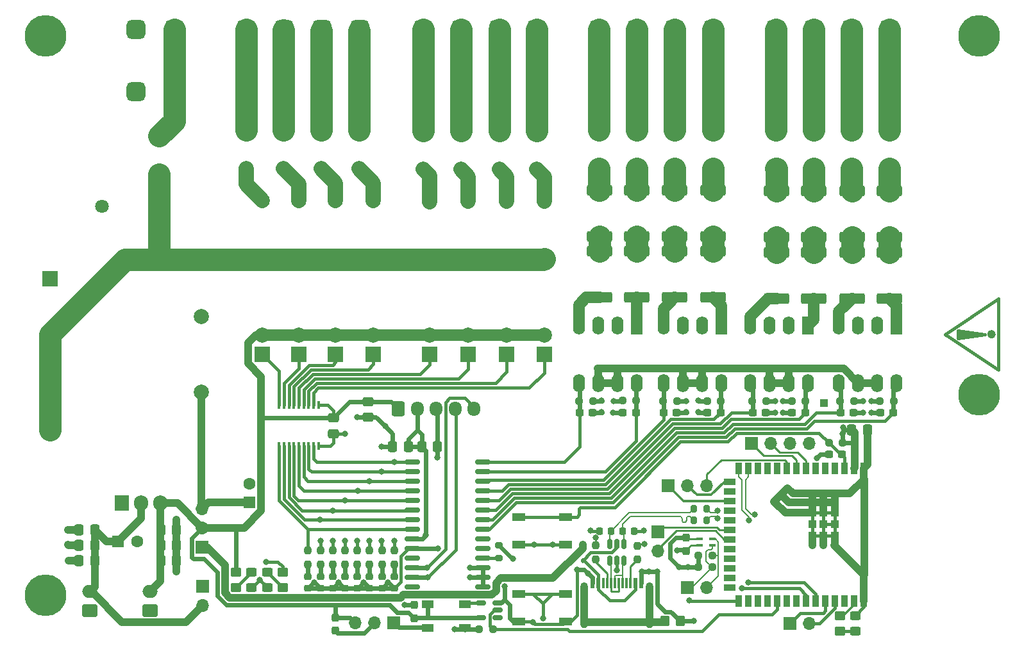
<source format=gtl>
G04 #@! TF.GenerationSoftware,KiCad,Pcbnew,8.0.3-rc1*
G04 #@! TF.CreationDate,2024-05-30T00:56:10+02:00*
G04 #@! TF.ProjectId,hamodule,68616d6f-6475-46c6-952e-6b696361645f,20240528.23.8*
G04 #@! TF.SameCoordinates,Original*
G04 #@! TF.FileFunction,Copper,L1,Top*
G04 #@! TF.FilePolarity,Positive*
%FSLAX46Y46*%
G04 Gerber Fmt 4.6, Leading zero omitted, Abs format (unit mm)*
G04 Created by KiCad (PCBNEW 8.0.3-rc1) date 2024-05-30 00:56:10*
%MOMM*%
%LPD*%
G01*
G04 APERTURE LIST*
G04 Aperture macros list*
%AMRoundRect*
0 Rectangle with rounded corners*
0 $1 Rounding radius*
0 $2 $3 $4 $5 $6 $7 $8 $9 X,Y pos of 4 corners*
0 Add a 4 corners polygon primitive as box body*
4,1,4,$2,$3,$4,$5,$6,$7,$8,$9,$2,$3,0*
0 Add four circle primitives for the rounded corners*
1,1,$1+$1,$2,$3*
1,1,$1+$1,$4,$5*
1,1,$1+$1,$6,$7*
1,1,$1+$1,$8,$9*
0 Add four rect primitives between the rounded corners*
20,1,$1+$1,$2,$3,$4,$5,0*
20,1,$1+$1,$4,$5,$6,$7,0*
20,1,$1+$1,$6,$7,$8,$9,0*
20,1,$1+$1,$8,$9,$2,$3,0*%
G04 Aperture macros list end*
G04 #@! TA.AperFunction,EtchedComponent*
%ADD10C,0.381000*%
G04 #@! TD*
G04 #@! TA.AperFunction,ComponentPad*
%ADD11R,1.700000X1.700000*%
G04 #@! TD*
G04 #@! TA.AperFunction,ComponentPad*
%ADD12O,1.700000X1.700000*%
G04 #@! TD*
G04 #@! TA.AperFunction,SMDPad,CuDef*
%ADD13RoundRect,0.249999X-1.425001X0.450001X-1.425001X-0.450001X1.425001X-0.450001X1.425001X0.450001X0*%
G04 #@! TD*
G04 #@! TA.AperFunction,ComponentPad*
%ADD14C,1.800000*%
G04 #@! TD*
G04 #@! TA.AperFunction,SMDPad,CuDef*
%ADD15RoundRect,0.250000X0.450000X-0.325000X0.450000X0.325000X-0.450000X0.325000X-0.450000X-0.325000X0*%
G04 #@! TD*
G04 #@! TA.AperFunction,SMDPad,CuDef*
%ADD16RoundRect,0.250000X0.450000X-0.350000X0.450000X0.350000X-0.450000X0.350000X-0.450000X-0.350000X0*%
G04 #@! TD*
G04 #@! TA.AperFunction,ComponentPad*
%ADD17RoundRect,0.250000X0.750000X-0.600000X0.750000X0.600000X-0.750000X0.600000X-0.750000X-0.600000X0*%
G04 #@! TD*
G04 #@! TA.AperFunction,ComponentPad*
%ADD18O,2.000000X1.700000*%
G04 #@! TD*
G04 #@! TA.AperFunction,SMDPad,CuDef*
%ADD19RoundRect,0.250000X0.337500X0.475000X-0.337500X0.475000X-0.337500X-0.475000X0.337500X-0.475000X0*%
G04 #@! TD*
G04 #@! TA.AperFunction,SMDPad,CuDef*
%ADD20RoundRect,0.250000X-0.337500X-0.475000X0.337500X-0.475000X0.337500X0.475000X-0.337500X0.475000X0*%
G04 #@! TD*
G04 #@! TA.AperFunction,ComponentPad*
%ADD21R,2.000000X2.000000*%
G04 #@! TD*
G04 #@! TA.AperFunction,ComponentPad*
%ADD22C,2.000000*%
G04 #@! TD*
G04 #@! TA.AperFunction,ComponentPad*
%ADD23R,1.905000X2.000000*%
G04 #@! TD*
G04 #@! TA.AperFunction,ComponentPad*
%ADD24O,1.905000X2.000000*%
G04 #@! TD*
G04 #@! TA.AperFunction,ComponentPad*
%ADD25RoundRect,0.625000X0.625000X0.625000X-0.625000X0.625000X-0.625000X-0.625000X0.625000X-0.625000X0*%
G04 #@! TD*
G04 #@! TA.AperFunction,ComponentPad*
%ADD26C,5.500000*%
G04 #@! TD*
G04 #@! TA.AperFunction,ComponentPad*
%ADD27R,1.600000X2.400000*%
G04 #@! TD*
G04 #@! TA.AperFunction,ComponentPad*
%ADD28O,1.600000X2.400000*%
G04 #@! TD*
G04 #@! TA.AperFunction,SMDPad,CuDef*
%ADD29RoundRect,0.237500X-0.250000X-0.237500X0.250000X-0.237500X0.250000X0.237500X-0.250000X0.237500X0*%
G04 #@! TD*
G04 #@! TA.AperFunction,SMDPad,CuDef*
%ADD30RoundRect,0.237500X0.300000X0.237500X-0.300000X0.237500X-0.300000X-0.237500X0.300000X-0.237500X0*%
G04 #@! TD*
G04 #@! TA.AperFunction,SMDPad,CuDef*
%ADD31R,1.800000X1.100000*%
G04 #@! TD*
G04 #@! TA.AperFunction,SMDPad,CuDef*
%ADD32RoundRect,0.237500X-0.300000X-0.237500X0.300000X-0.237500X0.300000X0.237500X-0.300000X0.237500X0*%
G04 #@! TD*
G04 #@! TA.AperFunction,SMDPad,CuDef*
%ADD33RoundRect,0.237500X-0.237500X0.300000X-0.237500X-0.300000X0.237500X-0.300000X0.237500X0.300000X0*%
G04 #@! TD*
G04 #@! TA.AperFunction,SMDPad,CuDef*
%ADD34RoundRect,0.225000X0.225000X0.250000X-0.225000X0.250000X-0.225000X-0.250000X0.225000X-0.250000X0*%
G04 #@! TD*
G04 #@! TA.AperFunction,SMDPad,CuDef*
%ADD35R,0.400000X1.000000*%
G04 #@! TD*
G04 #@! TA.AperFunction,SMDPad,CuDef*
%ADD36RoundRect,0.237500X0.237500X-0.250000X0.237500X0.250000X-0.237500X0.250000X-0.237500X-0.250000X0*%
G04 #@! TD*
G04 #@! TA.AperFunction,SMDPad,CuDef*
%ADD37RoundRect,0.218750X0.256250X-0.218750X0.256250X0.218750X-0.256250X0.218750X-0.256250X-0.218750X0*%
G04 #@! TD*
G04 #@! TA.AperFunction,SMDPad,CuDef*
%ADD38RoundRect,0.150000X0.512500X0.150000X-0.512500X0.150000X-0.512500X-0.150000X0.512500X-0.150000X0*%
G04 #@! TD*
G04 #@! TA.AperFunction,SMDPad,CuDef*
%ADD39RoundRect,0.200000X0.200000X0.275000X-0.200000X0.275000X-0.200000X-0.275000X0.200000X-0.275000X0*%
G04 #@! TD*
G04 #@! TA.AperFunction,ComponentPad*
%ADD40R,1.600000X1.600000*%
G04 #@! TD*
G04 #@! TA.AperFunction,ComponentPad*
%ADD41C,1.600000*%
G04 #@! TD*
G04 #@! TA.AperFunction,SMDPad,CuDef*
%ADD42R,0.900000X1.500000*%
G04 #@! TD*
G04 #@! TA.AperFunction,SMDPad,CuDef*
%ADD43R,1.500000X0.900000*%
G04 #@! TD*
G04 #@! TA.AperFunction,SMDPad,CuDef*
%ADD44R,1.000000X1.000000*%
G04 #@! TD*
G04 #@! TA.AperFunction,SMDPad,CuDef*
%ADD45RoundRect,0.237500X0.237500X-0.300000X0.237500X0.300000X-0.237500X0.300000X-0.237500X-0.300000X0*%
G04 #@! TD*
G04 #@! TA.AperFunction,SMDPad,CuDef*
%ADD46RoundRect,0.200000X-0.275000X0.200000X-0.275000X-0.200000X0.275000X-0.200000X0.275000X0.200000X0*%
G04 #@! TD*
G04 #@! TA.AperFunction,ComponentPad*
%ADD47R,1.000000X1.000000*%
G04 #@! TD*
G04 #@! TA.AperFunction,SMDPad,CuDef*
%ADD48RoundRect,0.250000X-0.450000X0.325000X-0.450000X-0.325000X0.450000X-0.325000X0.450000X0.325000X0*%
G04 #@! TD*
G04 #@! TA.AperFunction,SMDPad,CuDef*
%ADD49RoundRect,0.250000X-0.475000X0.337500X-0.475000X-0.337500X0.475000X-0.337500X0.475000X0.337500X0*%
G04 #@! TD*
G04 #@! TA.AperFunction,SMDPad,CuDef*
%ADD50RoundRect,0.112500X-0.112500X0.187500X-0.112500X-0.187500X0.112500X-0.187500X0.112500X0.187500X0*%
G04 #@! TD*
G04 #@! TA.AperFunction,SMDPad,CuDef*
%ADD51R,0.600000X1.450000*%
G04 #@! TD*
G04 #@! TA.AperFunction,SMDPad,CuDef*
%ADD52R,0.300000X1.450000*%
G04 #@! TD*
G04 #@! TA.AperFunction,ComponentPad*
%ADD53O,1.000000X2.100000*%
G04 #@! TD*
G04 #@! TA.AperFunction,ComponentPad*
%ADD54O,1.000000X1.600000*%
G04 #@! TD*
G04 #@! TA.AperFunction,ComponentPad*
%ADD55RoundRect,0.250000X-0.600000X-0.725000X0.600000X-0.725000X0.600000X0.725000X-0.600000X0.725000X0*%
G04 #@! TD*
G04 #@! TA.AperFunction,ComponentPad*
%ADD56O,1.700000X1.950000*%
G04 #@! TD*
G04 #@! TA.AperFunction,SMDPad,CuDef*
%ADD57RoundRect,0.150000X-0.875000X-0.150000X0.875000X-0.150000X0.875000X0.150000X-0.875000X0.150000X0*%
G04 #@! TD*
G04 #@! TA.AperFunction,SMDPad,CuDef*
%ADD58RoundRect,0.250000X-0.350000X-0.450000X0.350000X-0.450000X0.350000X0.450000X-0.350000X0.450000X0*%
G04 #@! TD*
G04 #@! TA.AperFunction,SMDPad,CuDef*
%ADD59R,0.820000X0.304800*%
G04 #@! TD*
G04 #@! TA.AperFunction,SMDPad,CuDef*
%ADD60R,0.820000X0.308800*%
G04 #@! TD*
G04 #@! TA.AperFunction,SMDPad,CuDef*
%ADD61RoundRect,0.150000X0.150000X-0.512500X0.150000X0.512500X-0.150000X0.512500X-0.150000X-0.512500X0*%
G04 #@! TD*
G04 #@! TA.AperFunction,SMDPad,CuDef*
%ADD62RoundRect,0.225000X-0.225000X-0.250000X0.225000X-0.250000X0.225000X0.250000X-0.225000X0.250000X0*%
G04 #@! TD*
G04 #@! TA.AperFunction,SMDPad,CuDef*
%ADD63R,1.500000X1.000000*%
G04 #@! TD*
G04 #@! TA.AperFunction,ViaPad*
%ADD64C,0.800000*%
G04 #@! TD*
G04 #@! TA.AperFunction,Conductor*
%ADD65C,3.000000*%
G04 #@! TD*
G04 #@! TA.AperFunction,Conductor*
%ADD66C,1.000000*%
G04 #@! TD*
G04 #@! TA.AperFunction,Conductor*
%ADD67C,0.600000*%
G04 #@! TD*
G04 #@! TA.AperFunction,Conductor*
%ADD68C,0.400000*%
G04 #@! TD*
G04 #@! TA.AperFunction,Conductor*
%ADD69C,1.500000*%
G04 #@! TD*
G04 #@! TA.AperFunction,Conductor*
%ADD70C,0.250000*%
G04 #@! TD*
G04 #@! TA.AperFunction,Conductor*
%ADD71C,2.000000*%
G04 #@! TD*
G04 #@! TA.AperFunction,Conductor*
%ADD72C,0.200000*%
G04 #@! TD*
G04 #@! TA.AperFunction,Conductor*
%ADD73C,0.350000*%
G04 #@! TD*
G04 APERTURE END LIST*
D10*
X145846800Y-75412600D02*
X152831800Y-70713600D01*
X147497800Y-74904600D02*
X151053800Y-75412600D01*
X147497800Y-75412600D02*
X147497800Y-74904600D01*
X147497800Y-75920600D02*
X147497800Y-75412600D01*
X150926800Y-75412600D02*
X147497800Y-75285600D01*
X151053800Y-75412600D02*
X147497800Y-75539600D01*
X151053800Y-75412600D02*
X147497800Y-75920600D01*
X152831800Y-70713600D02*
X152831800Y-80111600D01*
X152831800Y-80111600D02*
X145846800Y-75412600D01*
X152069800Y-75412600D02*
G75*
G02*
X151815800Y-75412600I-127000J0D01*
G01*
X151815800Y-75412600D02*
G75*
G02*
X152069800Y-75412600I127000J0D01*
G01*
X152302010Y-75412600D02*
G75*
G02*
X151583590Y-75412600I-359210J0D01*
G01*
X151583590Y-75412600D02*
G75*
G02*
X152302010Y-75412600I359210J0D01*
G01*
D11*
X47752500Y-108737400D03*
D12*
X47752500Y-111277400D03*
D13*
X100151000Y-56411500D03*
X100151000Y-62511500D03*
X105104000Y-56411500D03*
X105104000Y-62511500D03*
D14*
X34502400Y-58463070D03*
X42002400Y-60096400D03*
D13*
X105104000Y-64463300D03*
X105104000Y-70563300D03*
X100151000Y-64463300D03*
X100151000Y-70563300D03*
D15*
X54229000Y-108883200D03*
X54229000Y-106833200D03*
D16*
X52171600Y-108857800D03*
X52171600Y-106857800D03*
D17*
X40839300Y-111899700D03*
D18*
X40839300Y-109399700D03*
D19*
X33520200Y-101269800D03*
X31445200Y-101269800D03*
D20*
X42240200Y-105359200D03*
X44315200Y-105359200D03*
D21*
X27656000Y-68046600D03*
D22*
X27656000Y-88046600D03*
X47656000Y-83046600D03*
X47656000Y-73046600D03*
D23*
X37118700Y-97739200D03*
D24*
X39658700Y-97739200D03*
X42198700Y-97739200D03*
D25*
X68567800Y-43332400D03*
X68567800Y-35132401D03*
X63567800Y-43332400D03*
X63567800Y-35132401D03*
X58567800Y-43332400D03*
X58567800Y-35132401D03*
X53567800Y-43332400D03*
X53567800Y-35132401D03*
X44020000Y-43355999D03*
X44020000Y-35156000D03*
X39020000Y-43355999D03*
X39020000Y-35156000D03*
X115140000Y-43328199D03*
X115140000Y-35128200D03*
X110140000Y-43328199D03*
X110140000Y-35128200D03*
X105140000Y-43328199D03*
X105140000Y-35128200D03*
X100140000Y-43328199D03*
X100140000Y-35128200D03*
D22*
X42037000Y-49225200D03*
X42027000Y-54305200D03*
D26*
X27000000Y-36000000D03*
X150300000Y-36000000D03*
D27*
X139389178Y-74236118D03*
D28*
X136849178Y-74236118D03*
X134309178Y-74236118D03*
X131769178Y-74236118D03*
X131769178Y-81856118D03*
X134309178Y-81856118D03*
X136849178Y-81856118D03*
X139389178Y-81856118D03*
D13*
X115162400Y-64463300D03*
X115162400Y-70563300D03*
X110133200Y-56411500D03*
X110133200Y-62511500D03*
X115162400Y-56411500D03*
X115162400Y-62511500D03*
D27*
X105081300Y-74239600D03*
D28*
X102541300Y-74239600D03*
X100001300Y-74239600D03*
X97461300Y-74239600D03*
X97461300Y-81859600D03*
X100001300Y-81859600D03*
X102541300Y-81859600D03*
X105081300Y-81859600D03*
D27*
X116257300Y-74239600D03*
D28*
X113717300Y-74239600D03*
X111177300Y-74239600D03*
X108637300Y-74239600D03*
X108637300Y-81859600D03*
X111177300Y-81859600D03*
X113717300Y-81859600D03*
X116257300Y-81859600D03*
D13*
X110133200Y-64463300D03*
X110133200Y-70563300D03*
D29*
X130464402Y-89787199D03*
X132289402Y-89787199D03*
D30*
X132226902Y-91311199D03*
X130501902Y-91311199D03*
D17*
X32914500Y-111899700D03*
D18*
X32914500Y-109399700D03*
D31*
X89547000Y-99542600D03*
X95747000Y-99542600D03*
X89547000Y-103242600D03*
X95747000Y-103242600D03*
X89545800Y-109702600D03*
X95745800Y-109702600D03*
X89545800Y-113402600D03*
X95745800Y-113402600D03*
D11*
X125305402Y-113659699D03*
D12*
X127845402Y-113659699D03*
D32*
X133856902Y-91311199D03*
X135581902Y-91311199D03*
D33*
X111655402Y-102307199D03*
X111655402Y-104032199D03*
D34*
X101710402Y-101389699D03*
X100160402Y-101389699D03*
D15*
X56311800Y-108883200D03*
X56311800Y-106833200D03*
D35*
X57888800Y-90177600D03*
X58538800Y-90177600D03*
X59188800Y-90177600D03*
X59838800Y-90177600D03*
X60488800Y-90177600D03*
X61138800Y-90177600D03*
X61788800Y-90177600D03*
X62438800Y-90177600D03*
X63088800Y-90177600D03*
X63088800Y-84777600D03*
X62438800Y-84777600D03*
X61788800Y-84777600D03*
X61138800Y-84777600D03*
X60488800Y-84777600D03*
X59838800Y-84777600D03*
X59188800Y-84777600D03*
X58538800Y-84777600D03*
X57888800Y-84777600D03*
D11*
X120243600Y-89814400D03*
D12*
X122783600Y-89814400D03*
X125323600Y-89814400D03*
X127863600Y-89814400D03*
D36*
X63333600Y-105816400D03*
X63333600Y-103991400D03*
D25*
X138497702Y-43328199D03*
X138497702Y-35128200D03*
X133497702Y-43328199D03*
X133497702Y-35128200D03*
X128497702Y-43328199D03*
X128497702Y-35128200D03*
X123497702Y-43328199D03*
X123497702Y-35128200D03*
X91935800Y-43332400D03*
X91935800Y-35132401D03*
X86935800Y-43332400D03*
X86935800Y-35132401D03*
X81935800Y-43332400D03*
X81935800Y-35132401D03*
X76935800Y-43332400D03*
X76935800Y-35132401D03*
D36*
X61708000Y-105814500D03*
X61708000Y-103989500D03*
D13*
X128459200Y-64567800D03*
X128459200Y-70667800D03*
D32*
X120400002Y-85761299D03*
X122125002Y-85761299D03*
D13*
X128459200Y-56435800D03*
X128459200Y-62535800D03*
D37*
X61708000Y-108991600D03*
X61708000Y-107416600D03*
D32*
X132032102Y-85761299D03*
X133757102Y-85761299D03*
D14*
X81902800Y-53619400D03*
X81902800Y-48539400D03*
D16*
X58343800Y-108857800D03*
X58343800Y-106857800D03*
D29*
X108614626Y-84212480D03*
X110439626Y-84212480D03*
D21*
X77774800Y-78043900D03*
D22*
X77774800Y-75503900D03*
X77774800Y-65343900D03*
X77774800Y-57723900D03*
D11*
X109284000Y-95402400D03*
D12*
X111824000Y-95402400D03*
X114364000Y-95402400D03*
D14*
X105104000Y-53515900D03*
X105104000Y-48435900D03*
D36*
X69836000Y-105814500D03*
X69836000Y-103989500D03*
X68210400Y-105816400D03*
X68210400Y-103991400D03*
D13*
X123520200Y-64615600D03*
X123520200Y-70715600D03*
D29*
X97487526Y-84212480D03*
X99312526Y-84212480D03*
D38*
X86766400Y-112826800D03*
X86766400Y-111876800D03*
X86766400Y-110926800D03*
X84491400Y-110926800D03*
X84491400Y-112826800D03*
D39*
X114330402Y-98479699D03*
X112680402Y-98479699D03*
D40*
X54000400Y-97648400D03*
D41*
X54000400Y-95148400D03*
D29*
X137213702Y-84237299D03*
X139038702Y-84237299D03*
D13*
X123520200Y-56485600D03*
X123520200Y-62585600D03*
D39*
X114330402Y-99954699D03*
X112680402Y-99954699D03*
D42*
X135115402Y-93119699D03*
X133845402Y-93119699D03*
X132575402Y-93119699D03*
X131305402Y-93119699D03*
X130035402Y-93119699D03*
X128765402Y-93119699D03*
X127495402Y-93119699D03*
X126225402Y-93119699D03*
X124955402Y-93119699D03*
X123685402Y-93119699D03*
X122415402Y-93119699D03*
X121145402Y-93119699D03*
X119875402Y-93119699D03*
X118605402Y-93119699D03*
D43*
X117355402Y-94884699D03*
X117355402Y-96154699D03*
X117355402Y-97424699D03*
X117355402Y-98694699D03*
X117355402Y-99964699D03*
X117355402Y-101234699D03*
X117355402Y-102504699D03*
X117355402Y-103774699D03*
X117355402Y-105044699D03*
X117355402Y-106314699D03*
X117355402Y-107584699D03*
X117355402Y-108854699D03*
D42*
X118605402Y-110619699D03*
X119875402Y-110619699D03*
X121145402Y-110619699D03*
X122415402Y-110619699D03*
X123685402Y-110619699D03*
X124955402Y-110619699D03*
X126225402Y-110619699D03*
X127495402Y-110619699D03*
X128765402Y-110619699D03*
X130035402Y-110619699D03*
X131305402Y-110619699D03*
X132575402Y-110619699D03*
X133845402Y-110619699D03*
X135115402Y-110619699D03*
D44*
X131265402Y-99009699D03*
X129765402Y-99009699D03*
X128265402Y-99009699D03*
X131265402Y-100509699D03*
X129765402Y-100509699D03*
X128265402Y-100509699D03*
X131265402Y-102009699D03*
X129765402Y-102009699D03*
X128265402Y-102009699D03*
D13*
X138492200Y-56435800D03*
X138492200Y-62535800D03*
D37*
X69836000Y-108991500D03*
X69836000Y-107416500D03*
D21*
X82854800Y-78043900D03*
D22*
X82854800Y-75503900D03*
X82854800Y-65343900D03*
X82854800Y-57723900D03*
D29*
X84301800Y-114416800D03*
X86126800Y-114416800D03*
D14*
X115162400Y-53515900D03*
X115162400Y-48435900D03*
D11*
X107915402Y-101544699D03*
D12*
X107915402Y-104084699D03*
D14*
X133502400Y-53517800D03*
X133502400Y-48437800D03*
D45*
X75715200Y-112927700D03*
X75715200Y-111202700D03*
D46*
X86893400Y-103315000D03*
X86893400Y-104965000D03*
D11*
X111805800Y-108889800D03*
D12*
X114345800Y-108889800D03*
D29*
X125582402Y-84237299D03*
X127407402Y-84237299D03*
D47*
X129807200Y-84531200D03*
D48*
X133934200Y-112589200D03*
X133934200Y-114639200D03*
D49*
X69621400Y-84302600D03*
X69621400Y-86377600D03*
D50*
X97955600Y-103208400D03*
X97955600Y-105308400D03*
D14*
X128497800Y-53517800D03*
X128497800Y-48437800D03*
X68408300Y-53532900D03*
X68408300Y-48452900D03*
D27*
X127705178Y-74236118D03*
D28*
X125165178Y-74236118D03*
X122625178Y-74236118D03*
X120085178Y-74236118D03*
X120085178Y-81856118D03*
X122625178Y-81856118D03*
X125165178Y-81856118D03*
X127705178Y-81856118D03*
D13*
X133513800Y-56435800D03*
X133513800Y-62535800D03*
D30*
X138988702Y-85761299D03*
X137263702Y-85761299D03*
D19*
X33520200Y-103327200D03*
X31445200Y-103327200D03*
D11*
X72992800Y-113501700D03*
D12*
X70452800Y-113501700D03*
X67912800Y-113501700D03*
D14*
X76949800Y-53619400D03*
X76949800Y-48539400D03*
D51*
X99231402Y-108330599D03*
X100031402Y-108330599D03*
D52*
X101231402Y-108330599D03*
X102231402Y-108330599D03*
X102731402Y-108330599D03*
X103731402Y-108330599D03*
D51*
X104931402Y-108330599D03*
X105731402Y-108330599D03*
X105731402Y-108330599D03*
X104931402Y-108330599D03*
D52*
X104231402Y-108330599D03*
X103231402Y-108330599D03*
X101731402Y-108330599D03*
X100731402Y-108330599D03*
D51*
X100031402Y-108330599D03*
X99231402Y-108330599D03*
D53*
X98161402Y-109245599D03*
D54*
X98161402Y-113425599D03*
D53*
X106801402Y-109245599D03*
D54*
X106801402Y-113425599D03*
D29*
X114405826Y-84212480D03*
X116230826Y-84212480D03*
D55*
X73638400Y-85225400D03*
D56*
X76138400Y-85225400D03*
X78638400Y-85225400D03*
X81138400Y-85225400D03*
X83638400Y-85225400D03*
D36*
X64959200Y-105816400D03*
X64959200Y-103991400D03*
D11*
X47723200Y-103530400D03*
D12*
X47723200Y-100990400D03*
X47723200Y-98450400D03*
D32*
X108661626Y-85736480D03*
X110386626Y-85736480D03*
D37*
X73087200Y-108991500D03*
X73087200Y-107416500D03*
D57*
X75498400Y-92278200D03*
X75498400Y-93548200D03*
X75498400Y-94818200D03*
X75498400Y-96088200D03*
X75498400Y-97358200D03*
X75498400Y-98628200D03*
X75498400Y-99898200D03*
X75498400Y-101168200D03*
X75498400Y-102438200D03*
X75498400Y-103708200D03*
X75498400Y-104978200D03*
X75498400Y-106248200D03*
X75498400Y-107518200D03*
X75498400Y-108788200D03*
X84798400Y-108788200D03*
X84798400Y-107518200D03*
X84798400Y-106248200D03*
X84798400Y-104978200D03*
X84798400Y-103708200D03*
X84798400Y-102438200D03*
X84798400Y-101168200D03*
X84798400Y-99898200D03*
X84798400Y-98628200D03*
X84798400Y-97358200D03*
X84798400Y-96088200D03*
X84798400Y-94818200D03*
X84798400Y-93548200D03*
X84798400Y-92278200D03*
D32*
X103278600Y-85736480D03*
X105003600Y-85736480D03*
D20*
X42248000Y-101295200D03*
X44323000Y-101295200D03*
D14*
X138480800Y-53517800D03*
X138480800Y-48437800D03*
X110133200Y-53515900D03*
X110133200Y-48435900D03*
D29*
X120350002Y-84237299D03*
X122175002Y-84237299D03*
D37*
X63333600Y-108991500D03*
X63333600Y-107416500D03*
D33*
X65303400Y-112853300D03*
X65303400Y-114578300D03*
D14*
X86982800Y-53619400D03*
X86982800Y-48539400D03*
D36*
X73087200Y-105814500D03*
X73087200Y-103989500D03*
D32*
X125632402Y-85761299D03*
X127357402Y-85761299D03*
D19*
X74951500Y-90271600D03*
X72876500Y-90271600D03*
D30*
X116177826Y-85736480D03*
X114452826Y-85736480D03*
D49*
X65049400Y-86465500D03*
X65049400Y-88540500D03*
D36*
X105185402Y-105172199D03*
X105185402Y-103347199D03*
X71461600Y-105814500D03*
X71461600Y-103989500D03*
D21*
X55694300Y-78043900D03*
D22*
X55694300Y-75503900D03*
X55694300Y-65343900D03*
X55694300Y-57723900D03*
D21*
X60520300Y-78043900D03*
D22*
X60520300Y-75503900D03*
X60520300Y-65343900D03*
X60520300Y-57723900D03*
D14*
X58488300Y-53532900D03*
X58488300Y-48452900D03*
D21*
X70299300Y-78043900D03*
D22*
X70299300Y-75503900D03*
X70299300Y-65343900D03*
X70299300Y-57723900D03*
D21*
X87934800Y-78043900D03*
D22*
X87934800Y-75503900D03*
X87934800Y-65343900D03*
X87934800Y-57723900D03*
D21*
X92887800Y-78043900D03*
D22*
X92887800Y-75503900D03*
X92887800Y-65343900D03*
X92887800Y-57723900D03*
D58*
X108820200Y-113284000D03*
X110820200Y-113284000D03*
D59*
X115125402Y-103269699D03*
D60*
X115125402Y-102458899D03*
X113405402Y-102458899D03*
D59*
X113405402Y-103269699D03*
D37*
X66584800Y-108991500D03*
X66584800Y-107416500D03*
D61*
X101535402Y-105367199D03*
X102485402Y-105367199D03*
X103435402Y-105367199D03*
X103435402Y-103092199D03*
X102485402Y-103092199D03*
X101535402Y-103092199D03*
D21*
X65346300Y-78043900D03*
D22*
X65346300Y-75503900D03*
X65346300Y-65343900D03*
X65346300Y-57723900D03*
D62*
X103250402Y-101389699D03*
X104800402Y-101389699D03*
D26*
X150300000Y-83388200D03*
D29*
X113234502Y-104673400D03*
X115059502Y-104673400D03*
D19*
X33520200Y-105359200D03*
X31445200Y-105359200D03*
D37*
X64959200Y-108991500D03*
X64959200Y-107416500D03*
D13*
X133513800Y-64563800D03*
X133513800Y-70663800D03*
D40*
X36610700Y-102819200D03*
D41*
X39110700Y-102819200D03*
D14*
X123497800Y-53488400D03*
X123497800Y-48408400D03*
X100125600Y-53515900D03*
X100125600Y-48435900D03*
D37*
X68210400Y-108991500D03*
X68210400Y-107416500D03*
D13*
X138492200Y-64563800D03*
X138492200Y-70663800D03*
D32*
X133876002Y-89787199D03*
X135601002Y-89787199D03*
D20*
X42240200Y-103327200D03*
X44315200Y-103327200D03*
D14*
X91935800Y-53619400D03*
X91935800Y-48539400D03*
D36*
X66584800Y-105816400D03*
X66584800Y-103991400D03*
D63*
X82441600Y-114249200D03*
X82441600Y-111049200D03*
X77541600Y-111049200D03*
X77541600Y-114249200D03*
D29*
X103227926Y-84201000D03*
X105052926Y-84201000D03*
X113234502Y-106197400D03*
X115059502Y-106197400D03*
D14*
X53535300Y-53532900D03*
X53535300Y-48452900D03*
D16*
X131978400Y-114614200D03*
X131978400Y-112614200D03*
D36*
X99715402Y-105152199D03*
X99715402Y-103327199D03*
D26*
X27000000Y-109900000D03*
D32*
X97536426Y-85736480D03*
X99261426Y-85736480D03*
D14*
X63408300Y-53532900D03*
X63408300Y-48452900D03*
D20*
X133498302Y-88019699D03*
X135573302Y-88019699D03*
X76737300Y-90271600D03*
X78812300Y-90271600D03*
D37*
X71461600Y-108991500D03*
X71461600Y-107416500D03*
D29*
X131981302Y-84237299D03*
X133806302Y-84237299D03*
D64*
X110725408Y-106197400D03*
X88773000Y-105105200D03*
X132316026Y-88542594D03*
X132359400Y-87694199D03*
X133865402Y-90539699D03*
X77266800Y-101955600D03*
X56161983Y-105488783D03*
X111887000Y-106197400D03*
X92710000Y-112950099D03*
X112014000Y-110566200D03*
X135115402Y-109042200D03*
X131205402Y-103269699D03*
X68199000Y-86360000D03*
X126771400Y-99009699D03*
X87622900Y-108737400D03*
X129768600Y-96443800D03*
X69022125Y-108236067D03*
X65773581Y-108236535D03*
X71424800Y-90271600D03*
X91529400Y-103242600D03*
X99005402Y-101369699D03*
X100482400Y-84201000D03*
X99657400Y-102311200D03*
X55354780Y-107850914D03*
X128295400Y-97663000D03*
X111582200Y-85725000D03*
X134988800Y-84251800D03*
X134988800Y-85775800D03*
X72274123Y-108235328D03*
X97256600Y-106502200D03*
X106005402Y-101369699D03*
X124129800Y-96621600D03*
X129705402Y-103269699D03*
X110444505Y-103936800D03*
X78765400Y-91668600D03*
X44323000Y-99898200D03*
X83058000Y-107518200D03*
X124422400Y-84251800D03*
X30048200Y-105359200D03*
X30022800Y-103251000D03*
X106095800Y-103098600D03*
X74472800Y-111201200D03*
X102501400Y-106606099D03*
X128905000Y-91744800D03*
X131305402Y-97669699D03*
X136055600Y-85775800D03*
X125018800Y-95732600D03*
X78867000Y-103708200D03*
X111607600Y-84226400D03*
X129768600Y-97663000D03*
X91363800Y-113436400D03*
X66573400Y-88595200D03*
X113233200Y-85725000D03*
X124422400Y-85750400D03*
X102057200Y-84251800D03*
X135128000Y-94564200D03*
X29972000Y-101269800D03*
X98692169Y-106997031D03*
X107772200Y-106756200D03*
X44323000Y-106730800D03*
X123240800Y-97510600D03*
X113233200Y-84201000D03*
X83058000Y-106248200D03*
X71882000Y-87579200D03*
X123431800Y-84251800D03*
X105740200Y-106741699D03*
X112649000Y-113309400D03*
X106730800Y-106741699D03*
X128305402Y-103269699D03*
X94018600Y-103242600D03*
X62521145Y-108235392D03*
X100482400Y-85725000D03*
X131267200Y-96443800D03*
X136081000Y-84251800D03*
X102006400Y-85775800D03*
X81026000Y-114427000D03*
X123406400Y-85775800D03*
X119862468Y-108170199D03*
X77508600Y-107569000D03*
X119005402Y-108969699D03*
X77457800Y-106248200D03*
X119914170Y-99990931D03*
X115729360Y-99742199D03*
X115729360Y-98692199D03*
X120656634Y-99248467D03*
X73061800Y-92278200D03*
X73087200Y-102717600D03*
X71436200Y-93548200D03*
X71410800Y-102718000D03*
X69824600Y-102718000D03*
X69810600Y-94818200D03*
X68286600Y-96088200D03*
X68210400Y-102718000D03*
X63333600Y-102718000D03*
X63308200Y-99898200D03*
X65010000Y-98704400D03*
X65010000Y-102718000D03*
X66610200Y-97358200D03*
X66584800Y-102717600D03*
D65*
X77774800Y-65557400D02*
X92760800Y-65557400D01*
X42027000Y-60071800D02*
X42002400Y-60096400D01*
X42002400Y-60096400D02*
X42002400Y-65311600D01*
X42248200Y-65557400D02*
X77774800Y-65557400D01*
X42027000Y-54305200D02*
X42027000Y-60071800D01*
X92760800Y-65557400D02*
X92887800Y-65430400D01*
X37541200Y-65557400D02*
X27635200Y-75463400D01*
X27635200Y-80128800D02*
X27635200Y-75463400D01*
X42002400Y-65311600D02*
X42248200Y-65557400D01*
X27656000Y-80149600D02*
X27635200Y-80128800D01*
X42248200Y-65557400D02*
X37541200Y-65557400D01*
X27656000Y-88046600D02*
X27656000Y-80149600D01*
D66*
X53771800Y-76566400D02*
X53771800Y-79273400D01*
D67*
X72715600Y-84302600D02*
X73638400Y-85225400D01*
X69621400Y-84302600D02*
X67212300Y-84302600D01*
X69621400Y-84302600D02*
X72715600Y-84302600D01*
X67212300Y-84302600D02*
X65049400Y-86465500D01*
X72517000Y-111202851D02*
X65201800Y-111202851D01*
X46578100Y-105085300D02*
X46373200Y-104880400D01*
D66*
X47723200Y-100990400D02*
X44472000Y-97739200D01*
X55500400Y-86436200D02*
X55500400Y-81002000D01*
D67*
X75715200Y-112927700D02*
X74939200Y-112151700D01*
D66*
X53263800Y-100990400D02*
X52171600Y-100990400D01*
D67*
X77541600Y-111049200D02*
X77541600Y-112822200D01*
X84491400Y-112826800D02*
X77546200Y-112826800D01*
X52171600Y-106857800D02*
X52171600Y-100990400D01*
D66*
X42198700Y-97739200D02*
X42198700Y-108040300D01*
X55500400Y-88190200D02*
X55500400Y-86436200D01*
D67*
X77541600Y-112822200D02*
X77546200Y-112826800D01*
D66*
X44472000Y-97739200D02*
X42198700Y-97739200D01*
D67*
X77546200Y-112826800D02*
X75816100Y-112826800D01*
D66*
X55500400Y-88190200D02*
X55500400Y-98753800D01*
D68*
X64279800Y-84777600D02*
X65049400Y-85547200D01*
D69*
X55694300Y-75503900D02*
X92801300Y-75503900D01*
D67*
X49771600Y-110015517D02*
X49771600Y-106870800D01*
D66*
X52171600Y-100990400D02*
X47723200Y-100990400D01*
X54834300Y-75503900D02*
X53771800Y-76566400D01*
D68*
X65049400Y-85547200D02*
X65049400Y-86465500D01*
D67*
X65303400Y-111304451D02*
X65201800Y-111202851D01*
D66*
X55500400Y-98753800D02*
X53263800Y-100990400D01*
D67*
X46373200Y-102340400D02*
X47723200Y-100990400D01*
X49771600Y-106870800D02*
X47986100Y-105085300D01*
D66*
X55694300Y-75503900D02*
X54834300Y-75503900D01*
X55500400Y-81002000D02*
X53771800Y-79273400D01*
D67*
X73465849Y-112151700D02*
X72517000Y-111202851D01*
X50958934Y-111202851D02*
X49771600Y-110015517D01*
X74939200Y-112151700D02*
X73465849Y-112151700D01*
X65303400Y-112853300D02*
X67264400Y-112853300D01*
X46373200Y-104880400D02*
X46373200Y-102340400D01*
D69*
X92801300Y-75503900D02*
X92887800Y-75590400D01*
D67*
X67264400Y-112853300D02*
X67912800Y-113501700D01*
X65201800Y-111202851D02*
X50958934Y-111202851D01*
X47986100Y-105085300D02*
X46578100Y-105085300D01*
D66*
X42198700Y-108040300D02*
X40839300Y-109399700D01*
D67*
X75816100Y-112826800D02*
X75715200Y-112927700D01*
X65303400Y-112853300D02*
X65303400Y-111304451D01*
X65049400Y-86465500D02*
X55529700Y-86465500D01*
X55529700Y-86465500D02*
X55500400Y-86436200D01*
D68*
X63088800Y-84777600D02*
X64279800Y-84777600D01*
D67*
X132289402Y-89787199D02*
X133876002Y-89787199D01*
D66*
X107924600Y-79956118D02*
X104775000Y-79956118D01*
X104775000Y-79956118D02*
X102565200Y-79956118D01*
D67*
X132684900Y-88019699D02*
X133498302Y-88019699D01*
X77266800Y-101955600D02*
X76784200Y-102438200D01*
D66*
X116332000Y-79956118D02*
X113690400Y-79956118D01*
D68*
X56161983Y-105488783D02*
X57711383Y-105488783D01*
D66*
X127065178Y-79956118D02*
X125247400Y-79956118D01*
X125165178Y-81856118D02*
X125165178Y-80038340D01*
D67*
X74980800Y-89244800D02*
X76138400Y-88087200D01*
D68*
X58343800Y-106121200D02*
X58343800Y-106857800D01*
D66*
X102541300Y-79980018D02*
X102565200Y-79956118D01*
X133876002Y-88397399D02*
X133498302Y-88019699D01*
X122625178Y-81856118D02*
X125165178Y-81856118D01*
X125165178Y-80038340D02*
X125247400Y-79956118D01*
D67*
X110725408Y-106197400D02*
X109545005Y-105016997D01*
X74951500Y-89310300D02*
X74980800Y-89281000D01*
X74951500Y-90271600D02*
X74951500Y-89310300D01*
D66*
X102565200Y-79956118D02*
X99974400Y-79956118D01*
D67*
X132359400Y-88499220D02*
X132316026Y-88542594D01*
D66*
X125247400Y-79956118D02*
X122631200Y-79956118D01*
X113717300Y-79983018D02*
X113690400Y-79956118D01*
X102541300Y-81859600D02*
X102541300Y-79980018D01*
X111201200Y-79956118D02*
X107924600Y-79956118D01*
D67*
X77266800Y-90801100D02*
X76737300Y-90271600D01*
D66*
X122625178Y-79962140D02*
X122631200Y-79956118D01*
D68*
X57711383Y-105488783D02*
X58343800Y-106121200D01*
D66*
X113690400Y-79956118D02*
X111201200Y-79956118D01*
D67*
X110295109Y-102307199D02*
X109545005Y-103057302D01*
D70*
X113201902Y-102458899D02*
X111926902Y-102458899D01*
D67*
X109545005Y-105016997D02*
X109545005Y-103530400D01*
X132359400Y-87694199D02*
X132359400Y-88499220D01*
D66*
X133876002Y-89787199D02*
X133876002Y-93089099D01*
D67*
X88773000Y-105105200D02*
X88683600Y-105105200D01*
X132289402Y-88569218D02*
X132289402Y-89787199D01*
D66*
X111177300Y-81859600D02*
X111177300Y-79980018D01*
D67*
X111887000Y-106197400D02*
X110725408Y-106197400D01*
D66*
X133876002Y-89787199D02*
X133876002Y-88397399D01*
X100001300Y-79983018D02*
X99974400Y-79956118D01*
D67*
X113234502Y-104673400D02*
X113234502Y-106197400D01*
X76138400Y-88087200D02*
X76138400Y-85225400D01*
X76737300Y-88686100D02*
X76138400Y-88087200D01*
X76784200Y-102438200D02*
X75498400Y-102438200D01*
D66*
X111177300Y-79980018D02*
X111201200Y-79956118D01*
X132409178Y-79956118D02*
X116332000Y-79956118D01*
D67*
X74980800Y-89281000D02*
X74980800Y-89244800D01*
X132316026Y-88542594D02*
X132289402Y-88569218D01*
X76737300Y-90271600D02*
X76737300Y-88686100D01*
X132359400Y-87694199D02*
X132684900Y-88019699D01*
X76737300Y-90271600D02*
X74951500Y-90271600D01*
D66*
X122625178Y-81856118D02*
X122625178Y-79962140D01*
D67*
X109545005Y-103057302D02*
X109545005Y-103530400D01*
X113234502Y-106197400D02*
X111887000Y-106197400D01*
X111655402Y-102307199D02*
X110295109Y-102307199D01*
D66*
X132409178Y-79956118D02*
X134309178Y-81856118D01*
X113717300Y-81859600D02*
X113717300Y-79983018D01*
D67*
X77266800Y-101955600D02*
X77266800Y-90801100D01*
D66*
X133876002Y-93089099D02*
X133845402Y-93119699D01*
X111177300Y-81859600D02*
X113717300Y-81859600D01*
D67*
X88683600Y-105105200D02*
X86893400Y-103315000D01*
D66*
X134309178Y-81856118D02*
X136849178Y-81856118D01*
X100001300Y-81859600D02*
X100001300Y-79983018D01*
X100001300Y-81859600D02*
X102541300Y-81859600D01*
D65*
X44020000Y-43355999D02*
X44020000Y-47242200D01*
X44020000Y-47242200D02*
X42037000Y-49225200D01*
X44020000Y-35156000D02*
X44020000Y-43355999D01*
D71*
X53535300Y-55564900D02*
X55694300Y-57723900D01*
X53535300Y-53532900D02*
X53535300Y-55564900D01*
X60520300Y-55564900D02*
X60520300Y-57723900D01*
X58488300Y-53532900D02*
X60520300Y-55564900D01*
X65346300Y-57723900D02*
X65346300Y-55470900D01*
X65346300Y-55470900D02*
X63408300Y-53532900D01*
X70299300Y-55423900D02*
X68408300Y-53532900D01*
X70299300Y-57723900D02*
X70299300Y-55423900D01*
D66*
X33520200Y-108794000D02*
X32914500Y-109399700D01*
X37158003Y-113449700D02*
X45580200Y-113449700D01*
X35069600Y-102819200D02*
X33520200Y-101269800D01*
X36610700Y-102819200D02*
X35069600Y-102819200D01*
X39658700Y-97739200D02*
X39658700Y-99771200D01*
X45580200Y-113449700D02*
X47752500Y-111277400D01*
X39658700Y-99771200D02*
X36610700Y-102819200D01*
X32914500Y-109399700D02*
X33108003Y-109399700D01*
X33520200Y-101269800D02*
X33520200Y-108794000D01*
X33108003Y-109399700D02*
X37158003Y-113449700D01*
D68*
X89547000Y-99542600D02*
X95747000Y-99542600D01*
X102207000Y-98263000D02*
X97685800Y-98263000D01*
X110858520Y-89611480D02*
X102207000Y-98263000D01*
X97193600Y-99542600D02*
X95747000Y-99542600D01*
X132025902Y-91311199D02*
X130501902Y-89787199D01*
X117142580Y-89611480D02*
X110858520Y-89611480D01*
X97473000Y-98475800D02*
X97473000Y-99263200D01*
X129129816Y-88452613D02*
X118301447Y-88452613D01*
X132575402Y-93119699D02*
X132575402Y-91659699D01*
X97473000Y-99263200D02*
X97193600Y-99542600D01*
X97685800Y-98263000D02*
X97473000Y-98475800D01*
X130464402Y-89787199D02*
X129129816Y-88452613D01*
X118301447Y-88452613D02*
X117142580Y-89611480D01*
X132575402Y-91659699D02*
X132226902Y-91311199D01*
D72*
X104294298Y-99442200D02*
X103250402Y-100486096D01*
X111077903Y-99998261D02*
X111077903Y-99742200D01*
X112167903Y-99442200D02*
X111977903Y-99442200D01*
X111677903Y-99742200D02*
X111677903Y-99998261D01*
X109117113Y-99442200D02*
X104294298Y-99442200D01*
X112680402Y-99954699D02*
X112167903Y-99442200D01*
X110777903Y-99442200D02*
X109117113Y-99442200D01*
X103250402Y-100486096D02*
X103250402Y-101389699D01*
X103435402Y-103092199D02*
X103435402Y-101574699D01*
X103435402Y-101574699D02*
X103250402Y-101389699D01*
X111977903Y-99442200D02*
G75*
G03*
X111677900Y-99742200I-3J-300000D01*
G01*
X111677903Y-99998261D02*
G75*
G02*
X111377903Y-100298303I-300003J-39D01*
G01*
X111077903Y-99742200D02*
G75*
G03*
X110777903Y-99442197I-300003J0D01*
G01*
X111377903Y-100298261D02*
G75*
G02*
X111077939Y-99998261I-3J299961D01*
G01*
X104107903Y-98992198D02*
X112167903Y-98992198D01*
X101535402Y-101564699D02*
X101710402Y-101389699D01*
X101535402Y-103092199D02*
X101535402Y-101564699D01*
X112167903Y-98992198D02*
X112680402Y-98479699D01*
X101710402Y-101389699D02*
X104107903Y-98992198D01*
D68*
X91378644Y-109702600D02*
X89545800Y-109702600D01*
X91378644Y-109702600D02*
X95745800Y-109702600D01*
X118605402Y-110619699D02*
X112067499Y-110619699D01*
X92710000Y-112950099D02*
X92710000Y-111033956D01*
X112067499Y-110619699D02*
X112014000Y-110566200D01*
X92710000Y-111033956D02*
X92710000Y-110905556D01*
X93912956Y-109702600D02*
X95745800Y-109702600D01*
X92710000Y-110905556D02*
X93912956Y-109702600D01*
X92710000Y-111033956D02*
X91378644Y-109702600D01*
X125305402Y-113659699D02*
X126735402Y-112229699D01*
X130035402Y-111899699D02*
X130035402Y-110619699D01*
X126735402Y-112229699D02*
X129705402Y-112229699D01*
X129705402Y-112229699D02*
X130035402Y-111899699D01*
X131305402Y-110619699D02*
X131305402Y-111567959D01*
X129213662Y-113659699D02*
X127845402Y-113659699D01*
X131305402Y-111567959D02*
X129213662Y-113659699D01*
D66*
X47723200Y-103530400D02*
X48377097Y-103530400D01*
X51373148Y-110202851D02*
X73915514Y-110202851D01*
X97955600Y-103682800D02*
X97955600Y-103208400D01*
X87167265Y-107637400D02*
X94001000Y-107637400D01*
X85964482Y-109849200D02*
X86523400Y-109290282D01*
X48377097Y-103530400D02*
X50771600Y-105924903D01*
X94001000Y-107637400D02*
X97955600Y-103682800D01*
X50771600Y-105924903D02*
X50771600Y-109601303D01*
X86523400Y-109290282D02*
X86523400Y-108281265D01*
X50771600Y-109601303D02*
X51373148Y-110202851D01*
X86523400Y-108281265D02*
X87167265Y-107637400D01*
X73915514Y-110202851D02*
X74269165Y-109849200D01*
X74269165Y-109849200D02*
X85964482Y-109849200D01*
D70*
X99715402Y-102369202D02*
X99657400Y-102311200D01*
D67*
X102057200Y-84251800D02*
X103177126Y-84251800D01*
D66*
X44315200Y-101303000D02*
X44323000Y-101295200D01*
D67*
X72876500Y-90271600D02*
X72876500Y-88573700D01*
D68*
X105985402Y-101389699D02*
X106005402Y-101369699D01*
D66*
X128295400Y-97663000D02*
X128295400Y-96443800D01*
X135115402Y-109042200D02*
X135115402Y-107179699D01*
D67*
X105731402Y-106750497D02*
X105740200Y-106741699D01*
D68*
X74965583Y-103708200D02*
X73964800Y-104708983D01*
D67*
X84798400Y-106248200D02*
X84798400Y-108788200D01*
X128905000Y-91744800D02*
X129338601Y-91311199D01*
D68*
X131265402Y-102009699D02*
X131265402Y-99009699D01*
X95398301Y-113750099D02*
X95745800Y-113402600D01*
D66*
X124739899Y-99009699D02*
X123240800Y-97510600D01*
X128265402Y-99009699D02*
X128265402Y-97692998D01*
D68*
X100160402Y-101389699D02*
X99025402Y-101389699D01*
D67*
X98196400Y-106502200D02*
X97256600Y-106502200D01*
D70*
X106095800Y-103098600D02*
X105434001Y-103098600D01*
D66*
X44315200Y-106723000D02*
X44323000Y-106730800D01*
D67*
X78812300Y-90271600D02*
X78812300Y-85399300D01*
D68*
X56311800Y-108807934D02*
X56311800Y-108883200D01*
X91677499Y-113750099D02*
X95398301Y-113750099D01*
D67*
X136095501Y-84237299D02*
X136081000Y-84251800D01*
X68266692Y-108991500D02*
X69022125Y-108236067D01*
D68*
X104800402Y-101389699D02*
X105985402Y-101389699D01*
D66*
X129765402Y-103209699D02*
X129705402Y-103269699D01*
D67*
X69102800Y-114851700D02*
X70452800Y-113501700D01*
D66*
X131298703Y-97663000D02*
X129768600Y-97663000D01*
D68*
X75498400Y-103708200D02*
X74965583Y-103708200D01*
D67*
X105731402Y-108330599D02*
X105731402Y-106750497D01*
D66*
X125552200Y-97663000D02*
X125171200Y-97663000D01*
D67*
X87150000Y-110926800D02*
X86766400Y-110926800D01*
D68*
X135115402Y-110619699D02*
X135115402Y-111407998D01*
X129765402Y-99009699D02*
X129765402Y-102009699D01*
D66*
X127330200Y-96443800D02*
X128295400Y-96443800D01*
X135115402Y-107179699D02*
X131205402Y-103269699D01*
D67*
X78763200Y-90474800D02*
X78763200Y-91666400D01*
X99231402Y-107536264D02*
X99231402Y-108330599D01*
X72876500Y-90271600D02*
X71424800Y-90271600D01*
D68*
X91330000Y-113402600D02*
X91363800Y-113436400D01*
D67*
X65714165Y-108236535D02*
X64959200Y-108991500D01*
D66*
X135592402Y-91300699D02*
X135581902Y-91311199D01*
X125730000Y-96443800D02*
X127330200Y-96443800D01*
D67*
X110439626Y-84212480D02*
X111683080Y-84212480D01*
D66*
X135581902Y-92653199D02*
X135115402Y-93119699D01*
X128295400Y-96443800D02*
X129768600Y-96443800D01*
D67*
X103177126Y-84251800D02*
X103227926Y-84201000D01*
X72274123Y-108235328D02*
X72331028Y-108235328D01*
D66*
X128265402Y-102009699D02*
X128265402Y-103229699D01*
D67*
X72876500Y-88573700D02*
X71882000Y-87579200D01*
X107801402Y-106785402D02*
X107801402Y-111001802D01*
D66*
X129768600Y-97663000D02*
X129765402Y-97666198D01*
X128265402Y-103229699D02*
X128305402Y-103269699D01*
X135592402Y-88246699D02*
X135592402Y-91300699D01*
D68*
X102485402Y-105367199D02*
X102485402Y-106590101D01*
D66*
X131267200Y-96443800D02*
X131267200Y-97631497D01*
X133248400Y-96443800D02*
X131267200Y-96443800D01*
D68*
X55354780Y-107850914D02*
X56311800Y-108807934D01*
D66*
X131265402Y-103209699D02*
X131205402Y-103269699D01*
D67*
X62521145Y-108235392D02*
X62577492Y-108235392D01*
D68*
X97261402Y-106507002D02*
X97256600Y-106502200D01*
D70*
X99715402Y-103327199D02*
X99715402Y-102369202D01*
D66*
X128265402Y-99009699D02*
X126771400Y-99009699D01*
X135115402Y-94551602D02*
X135128000Y-94564200D01*
D67*
X87622900Y-108737400D02*
X87622900Y-110453900D01*
X136070101Y-85761299D02*
X136055600Y-85775800D01*
X88771536Y-113402600D02*
X89545800Y-113402600D01*
D70*
X111661902Y-103918899D02*
X112311102Y-103269699D01*
D68*
X65049400Y-89738200D02*
X65049400Y-88595200D01*
D66*
X44315200Y-105359200D02*
X44315200Y-101303000D01*
D67*
X129338601Y-91311199D02*
X130501902Y-91311199D01*
X124433299Y-85761299D02*
X124422400Y-85750400D01*
X137213702Y-84237299D02*
X136095501Y-84237299D01*
X105740200Y-106741699D02*
X106730800Y-106741699D01*
D68*
X89547000Y-103242600D02*
X91529400Y-103242600D01*
D67*
X73087100Y-108991600D02*
X73087200Y-108991500D01*
D66*
X135581902Y-91311199D02*
X135581902Y-92653199D01*
D67*
X87622900Y-110453900D02*
X87150000Y-110926800D01*
D66*
X31445200Y-103327200D02*
X30099000Y-103327200D01*
D67*
X122125002Y-85761299D02*
X123391899Y-85761299D01*
D66*
X129765402Y-102009699D02*
X129765402Y-103209699D01*
D67*
X72274123Y-108235328D02*
X72217772Y-108235328D01*
D68*
X91363800Y-113436400D02*
X91677499Y-113750099D01*
D66*
X131265402Y-99009699D02*
X131265402Y-97709699D01*
D68*
X73964800Y-108113900D02*
X73087200Y-108991500D01*
D67*
X65576800Y-114851700D02*
X69102800Y-114851700D01*
D66*
X135128000Y-94564200D02*
X135128000Y-107167101D01*
X31445200Y-105359200D02*
X30048200Y-105359200D01*
D68*
X97261402Y-112519842D02*
X97261402Y-106507002D01*
X131265402Y-99009699D02*
X128265402Y-99009699D01*
D66*
X135128000Y-107167101D02*
X135115402Y-107179699D01*
D67*
X81026000Y-114427000D02*
X82426400Y-114427000D01*
X110462406Y-103918899D02*
X111661902Y-103918899D01*
D68*
X73964800Y-104708983D02*
X73964800Y-108113900D01*
D67*
X99261426Y-85736480D02*
X100509520Y-85736480D01*
D66*
X129765402Y-99009699D02*
X129765402Y-97666198D01*
X44315200Y-105359200D02*
X44315200Y-106723000D01*
X125171200Y-97663000D02*
X124129800Y-96621600D01*
D68*
X128265402Y-102009699D02*
X131265402Y-102009699D01*
D70*
X105434001Y-103098600D02*
X105185402Y-103347199D01*
D67*
X98692169Y-106997031D02*
X99231402Y-107536264D01*
X69080567Y-108236067D02*
X69836000Y-108991500D01*
X124436901Y-84237299D02*
X124422400Y-84251800D01*
X134974299Y-84237299D02*
X134988800Y-84251800D01*
X62464208Y-108235392D02*
X61708000Y-108991600D01*
D66*
X131265402Y-102009699D02*
X131265402Y-103209699D01*
D67*
X82426400Y-114427000D02*
X82441600Y-114442200D01*
D68*
X54322494Y-108883200D02*
X55354780Y-107850914D01*
D67*
X74472800Y-111201200D02*
X75713700Y-111201200D01*
X123391899Y-85761299D02*
X123406400Y-85775800D01*
D66*
X125018800Y-95732600D02*
X125730000Y-96443800D01*
D68*
X95747000Y-103242600D02*
X94018600Y-103242600D01*
D67*
X68210400Y-108991500D02*
X68266692Y-108991500D01*
D66*
X30099000Y-103327200D02*
X30022800Y-103251000D01*
D67*
X68216600Y-86377600D02*
X68199000Y-86360000D01*
D66*
X128265402Y-97692998D02*
X128295400Y-97663000D01*
X128295400Y-97663000D02*
X125552200Y-97663000D01*
D68*
X129765402Y-100509699D02*
X131265402Y-100509699D01*
D67*
X78812300Y-85399300D02*
X78638400Y-85225400D01*
D68*
X66514800Y-88536600D02*
X66573400Y-88595200D01*
X96378644Y-113402600D02*
X95745800Y-113402600D01*
X54229000Y-108883200D02*
X54322494Y-108883200D01*
X99025402Y-101389699D02*
X99005402Y-101369699D01*
D67*
X125632402Y-85761299D02*
X124433299Y-85761299D01*
X78763200Y-91666400D02*
X78765400Y-91668600D01*
D66*
X135128000Y-94564200D02*
X133248400Y-96443800D01*
X135115402Y-110619699D02*
X135115402Y-109042200D01*
D67*
X72217772Y-108235328D02*
X71461600Y-108991500D01*
D66*
X129768600Y-96443800D02*
X129768600Y-97663000D01*
D67*
X108864400Y-112064800D02*
X109601000Y-112064800D01*
X82467000Y-114416800D02*
X82441600Y-114442200D01*
D68*
X97261402Y-112519842D02*
X96378644Y-113402600D01*
D66*
X131265402Y-97709699D02*
X131305402Y-97669699D01*
X129768600Y-96443800D02*
X131267200Y-96443800D01*
D67*
X72331028Y-108235328D02*
X73087200Y-108991500D01*
X88345800Y-111176800D02*
X88345800Y-112976864D01*
X65773581Y-108236535D02*
X66528546Y-108991500D01*
X61708000Y-108991600D02*
X73087100Y-108991600D01*
D68*
X135115402Y-111407998D02*
X133934200Y-112589200D01*
D67*
X133806302Y-84237299D02*
X134974299Y-84237299D01*
X110444505Y-103936800D02*
X110462406Y-103918899D01*
X66528546Y-108991500D02*
X66584800Y-108991500D01*
D66*
X135115402Y-93119699D02*
X135115402Y-94551602D01*
D67*
X134974299Y-85761299D02*
X134988800Y-85775800D01*
X84301800Y-114416800D02*
X82467000Y-114416800D01*
X122175002Y-84237299D02*
X123417299Y-84237299D01*
X88345800Y-112976864D02*
X88771536Y-113402600D01*
X87622900Y-110453900D02*
X88345800Y-111176800D01*
D66*
X129768600Y-97663000D02*
X128295400Y-97663000D01*
D68*
X102485402Y-106590101D02*
X102501400Y-106606099D01*
D67*
X65773581Y-108236535D02*
X65714165Y-108236535D01*
D66*
X31445200Y-101269800D02*
X29972000Y-101269800D01*
D68*
X64610000Y-90177600D02*
X65049400Y-89738200D01*
D67*
X99312526Y-84212480D02*
X100507080Y-84212480D01*
D66*
X44323000Y-101295200D02*
X44323000Y-99898200D01*
D67*
X103239280Y-85775800D02*
X103278600Y-85736480D01*
X133757102Y-85761299D02*
X134974299Y-85761299D01*
X114405826Y-84212480D02*
X113193880Y-84212480D01*
X123417299Y-84237299D02*
X123431800Y-84251800D01*
X69022125Y-108236067D02*
X69080567Y-108236067D01*
X113182400Y-85750400D02*
X114438906Y-85750400D01*
X98691231Y-106997031D02*
X98196400Y-106502200D01*
X106730800Y-106741699D02*
X107757699Y-106741699D01*
X102006400Y-85775800D02*
X103239280Y-85775800D01*
D66*
X124129800Y-96621600D02*
X125018800Y-95732600D01*
X124129800Y-96621600D02*
X123240800Y-97510600D01*
D67*
X107801402Y-111001802D02*
X108864400Y-112064800D01*
D70*
X112311102Y-103269699D02*
X113201902Y-103269699D01*
D68*
X65049400Y-88536600D02*
X66514800Y-88536600D01*
D67*
X70680400Y-86377600D02*
X69621400Y-86377600D01*
X75713700Y-111201200D02*
X75715200Y-111202700D01*
X110820200Y-113284000D02*
X112623600Y-113284000D01*
X71882000Y-87579200D02*
X70680400Y-86377600D01*
X112623600Y-113284000D02*
X112649000Y-113309400D01*
D66*
X131305402Y-97669699D02*
X131298703Y-97663000D01*
D67*
X107757699Y-106741699D02*
X107772200Y-106756200D01*
D68*
X89545800Y-113402600D02*
X91330000Y-113402600D01*
D67*
X98692169Y-106997031D02*
X98691231Y-106997031D01*
D68*
X91529400Y-103242600D02*
X94018600Y-103242600D01*
D67*
X137263702Y-85761299D02*
X136070101Y-85761299D01*
X125582402Y-84237299D02*
X124436901Y-84237299D01*
X62577492Y-108235392D02*
X63333600Y-108991500D01*
X109601000Y-112064800D02*
X110820200Y-113284000D01*
X65303400Y-114578300D02*
X65576800Y-114851700D01*
X75498400Y-103708200D02*
X78867000Y-103708200D01*
X110386626Y-85736480D02*
X111672320Y-85736480D01*
D66*
X131267200Y-97631497D02*
X131305402Y-97669699D01*
D67*
X83058000Y-106248200D02*
X84798400Y-106248200D01*
D66*
X126771400Y-99009699D02*
X124739899Y-99009699D01*
D67*
X62521145Y-108235392D02*
X62464208Y-108235392D01*
X107772200Y-106756200D02*
X107801402Y-106785402D01*
D68*
X128265402Y-99009699D02*
X128265402Y-102009699D01*
X54275747Y-108929947D02*
X54229000Y-108883200D01*
X63088800Y-90177600D02*
X64610000Y-90177600D01*
D67*
X83058000Y-107518200D02*
X84798400Y-107518200D01*
X69621400Y-86377600D02*
X68216600Y-86377600D01*
X97536426Y-85736480D02*
X97536426Y-81934726D01*
D68*
X84798400Y-92278200D02*
X95542600Y-92278200D01*
X97536426Y-90284374D02*
X97536426Y-85736480D01*
X95542600Y-92278200D02*
X97536426Y-90284374D01*
D67*
X97536426Y-81934726D02*
X97461300Y-81859600D01*
D65*
X53535300Y-48452900D02*
X53535300Y-35164901D01*
X58488300Y-48452900D02*
X58488300Y-35211901D01*
X63408300Y-48452900D02*
X63408300Y-35291901D01*
X105104000Y-53515900D02*
X105104000Y-56411500D01*
X110133200Y-62511500D02*
X110133200Y-64463300D01*
D69*
X108637300Y-72059200D02*
X110133200Y-70563300D01*
X108637300Y-74239600D02*
X108637300Y-72059200D01*
D65*
X115162400Y-62511500D02*
X115162400Y-64463300D01*
D69*
X116257300Y-74239600D02*
X116257300Y-71658200D01*
X116257300Y-71658200D02*
X115162400Y-70563300D01*
D72*
X114272002Y-104167998D02*
X114541600Y-103898400D01*
D68*
X81185400Y-85648800D02*
X81185400Y-103892200D01*
D72*
X114272002Y-105409900D02*
X115059502Y-106197400D01*
D68*
X81185400Y-103892200D02*
X77508600Y-107569000D01*
D67*
X75498400Y-107518200D02*
X77457800Y-107518200D01*
X77457800Y-107518200D02*
X77508600Y-107569000D01*
D72*
X115059502Y-106197400D02*
X112367102Y-108889800D01*
D68*
X119862468Y-108170199D02*
X127205902Y-108170199D01*
X127205902Y-108170199D02*
X128765402Y-109729699D01*
D72*
X115125402Y-103682598D02*
X115125402Y-103269699D01*
X114909600Y-103898400D02*
X115125402Y-103682598D01*
X112367102Y-108889800D02*
X111805800Y-108889800D01*
X114541600Y-103898400D02*
X114909600Y-103898400D01*
X114272002Y-104167998D02*
X114272002Y-105409900D01*
D68*
X128765402Y-109729699D02*
X128765402Y-110619699D01*
X83638400Y-85100400D02*
X82388400Y-83850400D01*
X79883000Y-84378800D02*
X79888400Y-84384200D01*
D67*
X75498400Y-106248200D02*
X77457800Y-106248200D01*
D68*
X127495402Y-109889699D02*
X126575402Y-108969699D01*
D72*
X115477002Y-102458899D02*
X115849400Y-102831297D01*
D68*
X79888400Y-84384200D02*
X79888400Y-103817600D01*
X127495402Y-110619699D02*
X127495402Y-109889699D01*
X83638400Y-85225400D02*
X83638400Y-85100400D01*
D72*
X115125402Y-102458899D02*
X115477002Y-102458899D01*
D68*
X82388400Y-83850400D02*
X80411400Y-83850400D01*
D72*
X115849400Y-104673400D02*
X115849400Y-107386200D01*
D68*
X126575402Y-108969699D02*
X119005402Y-108969699D01*
X79888400Y-103817600D02*
X77457800Y-106248200D01*
D72*
X115059502Y-104673400D02*
X115849400Y-104673400D01*
D68*
X80411400Y-83850400D02*
X79883000Y-84378800D01*
D72*
X115849400Y-107386200D02*
X114345800Y-108889800D01*
X115849400Y-102831297D02*
X115849400Y-104673400D01*
D65*
X110133200Y-53515900D02*
X110133200Y-56411500D01*
X115162400Y-53515900D02*
X115162400Y-56411500D01*
D67*
X105004026Y-81936874D02*
X105081300Y-81859600D01*
X105004026Y-85838080D02*
X105004026Y-81936874D01*
D68*
X105004026Y-89526278D02*
X100982104Y-93548200D01*
X100982104Y-93548200D02*
X84798400Y-93548200D01*
X105004026Y-85838080D02*
X105004026Y-89526278D01*
D73*
X113049000Y-96627400D02*
X114942400Y-96627400D01*
X111824000Y-95402400D02*
X113049000Y-96627400D01*
X114942400Y-96627400D02*
X116685101Y-94884699D01*
X116685101Y-94884699D02*
X117355402Y-94884699D01*
D66*
X54000400Y-97648400D02*
X48525200Y-97648400D01*
X47656000Y-98383200D02*
X47723200Y-98450400D01*
X47656000Y-83046600D02*
X47656000Y-98383200D01*
X48525200Y-97648400D02*
X47723200Y-98450400D01*
D65*
X68408300Y-48452900D02*
X68408300Y-35291901D01*
X100125600Y-56386100D02*
X100151000Y-56411500D01*
X100125600Y-53515900D02*
X100125600Y-56386100D01*
D67*
X108661626Y-81883926D02*
X108637300Y-81859600D01*
X108661626Y-85736480D02*
X108661626Y-81883926D01*
D68*
X108661626Y-86717206D02*
X108661626Y-85736480D01*
X84953600Y-94663000D02*
X100715832Y-94663000D01*
X84798400Y-94818200D02*
X84953600Y-94663000D01*
X100715832Y-94663000D02*
X108661626Y-86717206D01*
X115302826Y-86611480D02*
X116177826Y-85736480D01*
X88182488Y-95263000D02*
X100964360Y-95263000D01*
D67*
X116177826Y-81939074D02*
X116257300Y-81859600D01*
D68*
X84798400Y-96088200D02*
X87357288Y-96088200D01*
X87357288Y-96088200D02*
X88182488Y-95263000D01*
X100964360Y-95263000D02*
X109615880Y-86611480D01*
X109615880Y-86611480D02*
X115302826Y-86611480D01*
D67*
X116177826Y-85736480D02*
X116177826Y-81939074D01*
D68*
X132032102Y-85761299D02*
X128803044Y-85761299D01*
X116645524Y-88411480D02*
X110361464Y-88411480D01*
X101709944Y-97063000D02*
X88928072Y-97063000D01*
X88928072Y-97063000D02*
X86092872Y-99898200D01*
X127311730Y-87252613D02*
X117804391Y-87252613D01*
X117804391Y-87252613D02*
X116645524Y-88411480D01*
D67*
X132032102Y-85761299D02*
X132032102Y-82119042D01*
D68*
X86092872Y-99898200D02*
X84798400Y-99898200D01*
D67*
X132032102Y-82119042D02*
X131769178Y-81856118D01*
D68*
X110361464Y-88411480D02*
X101709944Y-97063000D01*
X128803044Y-85761299D02*
X127311730Y-87252613D01*
D67*
X127357402Y-82203894D02*
X127705178Y-81856118D01*
X127357402Y-85761299D02*
X127357402Y-82203894D01*
D68*
X117572177Y-86636299D02*
X116396996Y-87811480D01*
X101461416Y-96463000D02*
X88679544Y-96463000D01*
X127357402Y-85761299D02*
X126482402Y-86636299D01*
X86514344Y-98628200D02*
X84798400Y-98628200D01*
X110112936Y-87811480D02*
X101461416Y-96463000D01*
X116396996Y-87811480D02*
X110112936Y-87811480D01*
X126482402Y-86636299D02*
X117572177Y-86636299D01*
X88679544Y-96463000D02*
X86514344Y-98628200D01*
X109864408Y-87211480D02*
X101212888Y-95863000D01*
D67*
X120400002Y-85761299D02*
X120400002Y-82170942D01*
D68*
X117598649Y-85761299D02*
X116148468Y-87211480D01*
X120400002Y-85761299D02*
X117598649Y-85761299D01*
X86935816Y-97358200D02*
X84798400Y-97358200D01*
X101212888Y-95863000D02*
X88431016Y-95863000D01*
X116148468Y-87211480D02*
X109864408Y-87211480D01*
D67*
X120400002Y-82170942D02*
X120085178Y-81856118D01*
D68*
X88431016Y-95863000D02*
X86935816Y-97358200D01*
X52171600Y-108857800D02*
X52204400Y-108857800D01*
X52204400Y-108857800D02*
X54229000Y-106833200D01*
X133909200Y-114614200D02*
X133934200Y-114639200D01*
X131978400Y-114614200D02*
X133909200Y-114614200D01*
X104931402Y-108330599D02*
X104931402Y-109113699D01*
X101505402Y-110569699D02*
X103355402Y-110569699D01*
X98134203Y-105308400D02*
X97955600Y-105308400D01*
X101808219Y-104259699D02*
X102485402Y-103582516D01*
X103475402Y-110569699D02*
X103355402Y-110569699D01*
X100031402Y-108330599D02*
X100031402Y-107205599D01*
X100031402Y-108330599D02*
X100031402Y-109095699D01*
X102485402Y-103582516D02*
X102485402Y-103092199D01*
X100031402Y-109095699D02*
X101505402Y-110569699D01*
X97955600Y-105308400D02*
X99004301Y-104259699D01*
X99004301Y-104259699D02*
X101808219Y-104259699D01*
X104931402Y-109113699D02*
X103475402Y-110569699D01*
X100031402Y-107205599D02*
X98134203Y-105308400D01*
D67*
X73087200Y-107416500D02*
X73087200Y-105814500D01*
X71461600Y-107416500D02*
X71461600Y-105814500D01*
X69836000Y-107416500D02*
X69836000Y-105814500D01*
X68210400Y-107416500D02*
X68210400Y-105816400D01*
D70*
X124696899Y-92044699D02*
X124955402Y-92303202D01*
X114364000Y-93929200D02*
X114364000Y-95783400D01*
X116248501Y-92044699D02*
X124696899Y-92044699D01*
X124955402Y-92303202D02*
X124955402Y-93119699D01*
X116248501Y-92044699D02*
X114364000Y-93929200D01*
D67*
X61708000Y-107416600D02*
X61708000Y-105814500D01*
X63333600Y-107416500D02*
X63333600Y-105816400D01*
D73*
X109284000Y-95402400D02*
X111306299Y-97424699D01*
X111306299Y-97424699D02*
X117355402Y-97424699D01*
D67*
X64959200Y-107416500D02*
X64959200Y-105816400D01*
X66584800Y-107416500D02*
X66584800Y-105816400D01*
D70*
X101231402Y-108330599D02*
X101231402Y-106998199D01*
X101231402Y-106998199D02*
X99715402Y-105482199D01*
D72*
X102231402Y-108330599D02*
X102231402Y-107355599D01*
X103231402Y-105571199D02*
X103435402Y-105367199D01*
X103231402Y-108330599D02*
X103231402Y-105571199D01*
X102281402Y-107305599D02*
X103213302Y-107305599D01*
X103213302Y-107305599D02*
X103231402Y-107323699D01*
X102231402Y-107355599D02*
X102281402Y-107305599D01*
D70*
X101731402Y-109395699D02*
X101731402Y-108330599D01*
X101745056Y-109409353D02*
X101731402Y-109395699D01*
D72*
X101731402Y-105563199D02*
X101535402Y-105367199D01*
D70*
X102677648Y-109409353D02*
X101745056Y-109409353D01*
D72*
X101731402Y-108330599D02*
X101731402Y-105563199D01*
D70*
X102731402Y-109355599D02*
X102677648Y-109409353D01*
X102731402Y-108330599D02*
X102731402Y-109355599D01*
D72*
X119015402Y-94654700D02*
X118605402Y-94244700D01*
X115429361Y-99442200D02*
X115729360Y-99742199D01*
X119914170Y-99990931D02*
X119914170Y-99566666D01*
X119015402Y-98667899D02*
X119015402Y-94654700D01*
X114330402Y-99954699D02*
X114842901Y-99442200D01*
X114842901Y-99442200D02*
X115429361Y-99442200D01*
X119914170Y-99566666D02*
X119015402Y-98667899D01*
X118605402Y-94244700D02*
X118605402Y-93119699D01*
X119465402Y-98481499D02*
X119465402Y-94654700D01*
X119875402Y-94244700D02*
X119875402Y-93119699D01*
X119465402Y-94654700D02*
X119875402Y-94244700D01*
X120232369Y-99248467D02*
X119465402Y-98481499D01*
X115429361Y-98992198D02*
X115729360Y-98692199D01*
X120656634Y-99248467D02*
X120232369Y-99248467D01*
X114330402Y-98479699D02*
X114842901Y-98992198D01*
X114842901Y-98992198D02*
X115429361Y-98992198D01*
D70*
X117355402Y-101234699D02*
X115986600Y-101234699D01*
X115986600Y-101234699D02*
X115671600Y-100919699D01*
X108710402Y-100919699D02*
X115671600Y-100919699D01*
X108075402Y-101554699D02*
X108710402Y-100919699D01*
X133845402Y-111089825D02*
X133845402Y-110619699D01*
X131978400Y-112614200D02*
X132321027Y-112614200D01*
X132321027Y-112614200D02*
X133845402Y-111089825D01*
X104231402Y-108330599D02*
X104231402Y-106126199D01*
X104231402Y-106126199D02*
X105185402Y-105172199D01*
D69*
X97461300Y-71539600D02*
X98437600Y-70563300D01*
X97461300Y-74239600D02*
X97461300Y-71539600D01*
X98437600Y-70563300D02*
X100151000Y-70563300D01*
D65*
X100151000Y-62511500D02*
X100151000Y-64463300D01*
D69*
X105081300Y-74239600D02*
X105081300Y-70586000D01*
X105081300Y-70586000D02*
X105104000Y-70563300D01*
D65*
X105104000Y-62511500D02*
X105104000Y-64463300D01*
D66*
X106801402Y-113425599D02*
X108678601Y-113425599D01*
X108678601Y-113425599D02*
X108820200Y-113284000D01*
X106801402Y-113425599D02*
X106801402Y-109245599D01*
X98161402Y-113425599D02*
X106801402Y-113425599D01*
X98161402Y-109270599D02*
X98161402Y-113450599D01*
D68*
X57888800Y-84777600D02*
X57888800Y-80238400D01*
X57888800Y-80238400D02*
X55694300Y-78043900D01*
X58538800Y-84777600D02*
X58538800Y-81910160D01*
X60520300Y-79928660D02*
X60520300Y-78043900D01*
X58538800Y-81910160D02*
X60520300Y-79928660D01*
X59188800Y-84777600D02*
X59188800Y-82108688D01*
X64961000Y-79476600D02*
X65346300Y-79091300D01*
X61820888Y-79476600D02*
X64961000Y-79476600D01*
X65346300Y-79091300D02*
X65346300Y-78043900D01*
X59188800Y-82108688D02*
X61820888Y-79476600D01*
X62069416Y-80076600D02*
X69593400Y-80076600D01*
X69593400Y-80076600D02*
X70299300Y-79370700D01*
X59838800Y-84777600D02*
X59838800Y-82307216D01*
X59838800Y-82307216D02*
X62069416Y-80076600D01*
X70299300Y-79370700D02*
X70299300Y-78043900D01*
X62317944Y-80676600D02*
X76486400Y-80676600D01*
X77774800Y-79388200D02*
X77774800Y-78257400D01*
X60488800Y-84777600D02*
X60488800Y-82505744D01*
X60488800Y-82505744D02*
X62317944Y-80676600D01*
X76486400Y-80676600D02*
X77774800Y-79388200D01*
X81576000Y-81276600D02*
X82854800Y-79997800D01*
X61138800Y-84777600D02*
X61138800Y-82704272D01*
X61138800Y-82704272D02*
X62566472Y-81276600D01*
X82854800Y-79997800D02*
X82854800Y-78130400D01*
X62566472Y-81276600D02*
X81576000Y-81276600D01*
X86437000Y-81876600D02*
X62815000Y-81876600D01*
X61786000Y-82905600D02*
X61788800Y-82908400D01*
X61788800Y-82908400D02*
X61788800Y-84777600D01*
X87934800Y-80378800D02*
X86437000Y-81876600D01*
X62815000Y-81876600D02*
X61786000Y-82905600D01*
X87934800Y-78130400D02*
X87934800Y-80378800D01*
D70*
X107915402Y-104084699D02*
X107915402Y-103803022D01*
X110348725Y-101369699D02*
X115476400Y-101369699D01*
X116611400Y-102504699D02*
X117355402Y-102504699D01*
X107915402Y-103739699D02*
X107915402Y-104084699D01*
X115476400Y-101369699D02*
X116611400Y-102504699D01*
X107915402Y-103803022D02*
X110348725Y-101369699D01*
D68*
X92887800Y-80505800D02*
X92887800Y-78130400D01*
X62438800Y-84777600D02*
X62438800Y-83101328D01*
X63063528Y-82476600D02*
X90917000Y-82476600D01*
X90917000Y-82476600D02*
X92887800Y-80505800D01*
X62438800Y-83101328D02*
X63063528Y-82476600D01*
X73087200Y-103989500D02*
X73087200Y-102717600D01*
X73061800Y-92278200D02*
X75498400Y-92278200D01*
X62438800Y-90177600D02*
X62438800Y-91866000D01*
X62438800Y-91866000D02*
X62851000Y-92278200D01*
X62851000Y-92278200D02*
X73061800Y-92278200D01*
X71410800Y-102718000D02*
X71410800Y-103938700D01*
X71410800Y-103938700D02*
X71461600Y-103989500D01*
X75498400Y-93548200D02*
X71436200Y-93548200D01*
X61788800Y-90177600D02*
X61788800Y-93197200D01*
X62139800Y-93548200D02*
X71436200Y-93548200D01*
X61788800Y-93197200D02*
X62139800Y-93548200D01*
X61138800Y-94274400D02*
X61138800Y-90177600D01*
X69824600Y-103978100D02*
X69836000Y-103989500D01*
X69810600Y-94818200D02*
X61682600Y-94818200D01*
X69824600Y-102718000D02*
X69824600Y-103978100D01*
X61682600Y-94818200D02*
X61138800Y-94274400D01*
X75498400Y-94818200D02*
X69810600Y-94818200D01*
X60488800Y-95402400D02*
X61174600Y-96088200D01*
X75498400Y-96088200D02*
X68286600Y-96088200D01*
X61174600Y-96088200D02*
X68286600Y-96088200D01*
X68210400Y-102718000D02*
X68210400Y-103991400D01*
X60488800Y-90177600D02*
X60488800Y-95402400D01*
X57888800Y-90177600D02*
X57888800Y-97374400D01*
X61708000Y-101193600D02*
X61733400Y-101168200D01*
X57888800Y-97374400D02*
X61708000Y-101193600D01*
X61708000Y-103989500D02*
X61708000Y-101193600D01*
X75498400Y-101168200D02*
X61733400Y-101168200D01*
X61261128Y-99898200D02*
X63308200Y-99898200D01*
X58538800Y-97175872D02*
X61261128Y-99898200D01*
X75498400Y-99898200D02*
X63308200Y-99898200D01*
X63333600Y-102718000D02*
X63333600Y-103991400D01*
X58538800Y-90177600D02*
X58538800Y-97175872D01*
D65*
X138480800Y-56424400D02*
X138492200Y-56435800D01*
X138480800Y-53517800D02*
X138480800Y-56424400D01*
X138497702Y-35128200D02*
X138497702Y-43328199D01*
X138497702Y-43328199D02*
X138497702Y-48420898D01*
X138497702Y-48420898D02*
X138480800Y-48437800D01*
X133502400Y-53517800D02*
X133502400Y-56424400D01*
X133502400Y-56424400D02*
X133513800Y-56435800D01*
X133497702Y-43328199D02*
X133497702Y-48433102D01*
X133497702Y-35128200D02*
X133497702Y-43328199D01*
X133497702Y-48433102D02*
X133502400Y-48437800D01*
X128459200Y-53556400D02*
X128497800Y-53517800D01*
X128459200Y-56435800D02*
X128459200Y-53556400D01*
X128497800Y-43328297D02*
X128497702Y-43328199D01*
X128497702Y-35128200D02*
X128497702Y-43328199D01*
X128497800Y-48437800D02*
X128497800Y-43328297D01*
X123520200Y-56485600D02*
X123520200Y-53510800D01*
X123520200Y-53510800D02*
X123497800Y-53488400D01*
X123497800Y-48408400D02*
X123497800Y-43328297D01*
X123497702Y-35128200D02*
X123497702Y-43328199D01*
X123497800Y-43328297D02*
X123497702Y-43328199D01*
D71*
X77774800Y-54444400D02*
X76949800Y-53619400D01*
X77774800Y-57937400D02*
X77774800Y-54444400D01*
D65*
X76949800Y-48539400D02*
X76949800Y-35146401D01*
D71*
X82854800Y-54571400D02*
X81902800Y-53619400D01*
X82854800Y-57810400D02*
X82854800Y-54571400D01*
D65*
X81902800Y-48539400D02*
X81902800Y-35165401D01*
D71*
X87934800Y-54571400D02*
X86982800Y-53619400D01*
X87934800Y-57810400D02*
X87934800Y-54571400D01*
D65*
X86982800Y-48539400D02*
X86982800Y-35179401D01*
D71*
X92887800Y-54571400D02*
X91935800Y-53619400D01*
X92887800Y-57810400D02*
X92887800Y-54571400D01*
D65*
X91935800Y-35132401D02*
X91935800Y-48539400D01*
D68*
X65010000Y-98704400D02*
X75422200Y-98704400D01*
X65010000Y-102718000D02*
X65010000Y-103940600D01*
X60915856Y-98704400D02*
X65010000Y-98704400D01*
X75422200Y-98704400D02*
X75498400Y-98628200D01*
X59188800Y-96977344D02*
X60915856Y-98704400D01*
X65010000Y-103940600D02*
X64959200Y-103991400D01*
X59188800Y-90177600D02*
X59188800Y-96977344D01*
X75498400Y-97358200D02*
X66610200Y-97358200D01*
X59838800Y-90177600D02*
X59838800Y-96778816D01*
X60418184Y-97358200D02*
X66610200Y-97358200D01*
X59838800Y-96778816D02*
X60418184Y-97358200D01*
X66584800Y-102717600D02*
X66584800Y-103991400D01*
D65*
X138492200Y-62535800D02*
X138492200Y-64563800D01*
X133513800Y-62535800D02*
X133513800Y-64563800D01*
X128459200Y-64567800D02*
X128459200Y-62535800D01*
X123520200Y-64615600D02*
X123520200Y-62585600D01*
D69*
X139389178Y-74236118D02*
X139389178Y-71560778D01*
X139389178Y-71560778D02*
X138492200Y-70663800D01*
X131769178Y-74236118D02*
X131769178Y-72408422D01*
X131769178Y-72408422D02*
X133513800Y-70663800D01*
X128459200Y-70667800D02*
X128459200Y-73482096D01*
X128459200Y-73482096D02*
X127705178Y-74236118D01*
X120085178Y-73052716D02*
X122422294Y-70715600D01*
X120085178Y-74236118D02*
X120085178Y-73052716D01*
X122422294Y-70715600D02*
X123520200Y-70715600D01*
D68*
X113771201Y-114625599D02*
X115951000Y-112445800D01*
X123009301Y-112445800D02*
X123685402Y-111769699D01*
X85703900Y-112448983D02*
X86276083Y-111876800D01*
X95961200Y-114352600D02*
X96234199Y-114625599D01*
X86191000Y-114352600D02*
X95961200Y-114352600D01*
X85703900Y-113993900D02*
X85703900Y-112448983D01*
X86126800Y-114416800D02*
X86191000Y-114352600D01*
X115951000Y-112445800D02*
X123009301Y-112445800D01*
X86276083Y-111876800D02*
X86766400Y-111876800D01*
X96234199Y-114625599D02*
X113771201Y-114625599D01*
X123685402Y-111769699D02*
X123685402Y-110619699D01*
X86126800Y-114416800D02*
X85703900Y-113993900D01*
X86652600Y-104978200D02*
X86830400Y-105156000D01*
X84798400Y-104978200D02*
X86652600Y-104978200D01*
D70*
X127495402Y-92119699D02*
X126396603Y-91020900D01*
X126396603Y-91020900D02*
X123990100Y-91020900D01*
X123990100Y-91020900D02*
X122783600Y-89814400D01*
X127495402Y-93119699D02*
X127495402Y-92119699D01*
D65*
X100140000Y-43338899D02*
X100140000Y-48421500D01*
X100140000Y-35138900D02*
X100140000Y-43338899D01*
X100140000Y-48421500D02*
X100125600Y-48435900D01*
X105140000Y-43338899D02*
X105140000Y-48399900D01*
X105140000Y-48399900D02*
X105104000Y-48435900D01*
X105140000Y-35138900D02*
X105140000Y-43338899D01*
X110140000Y-48429100D02*
X110133200Y-48435900D01*
X110140000Y-35138900D02*
X110140000Y-43338899D01*
X110140000Y-43338899D02*
X110140000Y-48429100D01*
X115140000Y-48413500D02*
X115162400Y-48435900D01*
X115140000Y-35138900D02*
X115140000Y-48413500D01*
D68*
X137855302Y-86894699D02*
X128518172Y-86894699D01*
X118052919Y-87852613D02*
X116894052Y-89011480D01*
X128518172Y-86894699D02*
X127560258Y-87852613D01*
X85671400Y-101168200D02*
X84798400Y-101168200D01*
X110609992Y-89011480D02*
X101958472Y-97663000D01*
X116894052Y-89011480D02*
X110609992Y-89011480D01*
X89176600Y-97663000D02*
X85671400Y-101168200D01*
X138988702Y-85761299D02*
X137855302Y-86894699D01*
D67*
X138988702Y-85761299D02*
X138988702Y-82256594D01*
D68*
X127560258Y-87852613D02*
X118052919Y-87852613D01*
X101958472Y-97663000D02*
X89176600Y-97663000D01*
D67*
X138988702Y-82256594D02*
X139389178Y-81856118D01*
D68*
X58343800Y-108857800D02*
X58336400Y-108857800D01*
X58336400Y-108857800D02*
X56311800Y-106833200D01*
D67*
X77541600Y-114173000D02*
X73664100Y-114173000D01*
X73664100Y-114173000D02*
X72992800Y-113501700D01*
D68*
X82564000Y-110926800D02*
X82441600Y-111049200D01*
X84491400Y-110926800D02*
X82564000Y-110926800D01*
D70*
X121900100Y-91470900D02*
X120243600Y-89814400D01*
X126225402Y-92062402D02*
X125633900Y-91470900D01*
X126225402Y-93119699D02*
X126225402Y-92062402D01*
X125633900Y-91470900D02*
X121900100Y-91470900D01*
M02*

</source>
